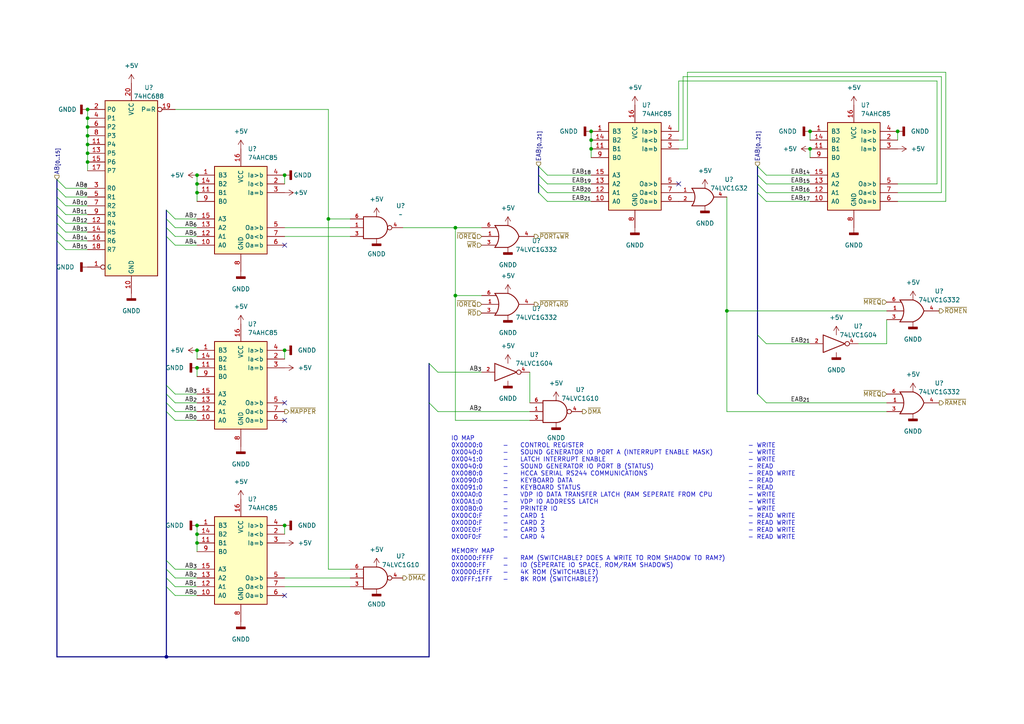
<source format=kicad_sch>
(kicad_sch (version 20211123) (generator eeschema)
  (paper "A4")
  (title_block (title "Z80 CPU INTERPOSER IO AND MEMORY ADDRESS DECODE") (date "2022-10-21") (rev "1030211022") (company "LISTOFOPTIONS") (comment 2 "IO 0X00F0:1 - DMA CONTROL PORT") (comment 3 "IO 0X00F8:4 - DMA CHANNEL PORTS") (comment 4 "IO 0X00FC:4 - MAPPER PORTS"))
  (lib_symbols
    (symbol "74xGxx:74LVC1G04" (pin_names (offset 1.016))
      (property "Reference" "U" (at -2.54 3.81 0))
      (property "Value" "74LVC1G04" (at 0 -3.81 0))
      (symbol "74LVC1G04_0_1"
        (polyline (pts (xy -3.81 2.54) (xy -3.81 -2.54) (xy 2.54 0) (xy -3.81 2.54)) (stroke (width 0.254)))
      )
      (symbol "74LVC1G04_1_1"
        (pin input line (at -7.62 0 0) (length 3.81) (name "~") (number "2"))
        (pin power_in line (at 0 -2.54 270) (length 0) hide (name "GND") (number "3"))
        (pin output inverted (at 6.35 0 180) (length 3.81) (name "~") (number "4"))
        (pin power_in line (at 0 2.54 90) (length 0) hide (name "VCC") (number "5"))
      )
    )
    (symbol "74xGxx:74LVC1G10" (pin_names (offset 1.016))
      (property "Reference" "U" (at -2.54 5.08 0))
      (property "Value" "74LVC1G10" (at 0 -5.08 0))
      (symbol "74LVC1G10_0_1"
        (arc (start 0 -3.175) (mid 3.175 0) (end 0 3.175) (stroke (width 0.254)))
        (polyline (pts (xy 0 -3.175) (xy -3.81 -3.175) (xy -3.81 3.175) (xy 0 3.175)) (stroke (width 0.254)))
      )
      (symbol "74LVC1G10_1_1"
        (pin input line (at -7.62 0 0) (length 3.81) (name "~") (number "1"))
        (pin power_in line (at 0 -3.175 270) (length 0) hide (name "GND") (number "2"))
        (pin input line (at -7.62 -2.54 0) (length 3.81) (name "~") (number "3"))
        (pin output inverted (at 7.62 0 180) (length 4.445) (name "~") (number "4"))
        (pin power_in line (at 0 3.175 90) (length 0) hide (name "VCC") (number "5"))
        (pin input line (at -7.62 2.54 0) (length 3.81) (name "~") (number "6"))
      )
    )
    (symbol "74xGxx:74LVC1G32" (pin_names (offset 1.016))
      (property "Reference" "U" (at -2.54 3.81 0))
      (property "Value" "74LVC1G32" (at 0 -3.81 0))
      (symbol "74LVC1G32_0_1"
        (arc (start -3.81 -2.54) (mid -2.919 0) (end -3.81 2.54) (stroke (width 0.254)))
        (arc (start 0 -2.54) (mid 1.5993 -1.6027) (end 2.54 0) (stroke (width 0.254)))
        (polyline (pts (xy -3.81 -1.27) (xy -3.175 -1.27)))
        (polyline (pts (xy -3.81 1.27) (xy -3.175 1.27)))
        (polyline (pts (xy 0 -2.54) (xy -3.81 -2.54)) (stroke (width 0.254)) (fill (type background)))
        (polyline (pts (xy 0 2.54) (xy -3.81 2.54)) (stroke (width 0.254)) (fill (type background)))
        (arc (start 2.54 0) (mid 1.6119 1.6152) (end 0 2.54) (stroke (width 0.254)))
      )
      (symbol "74LVC1G32_1_1"
        (pin input line (at -7.62 1.27 0) (length 3.81) (name "~") (number "1"))
        (pin input line (at -7.62 -1.27 0) (length 3.81) (name "~") (number "2"))
        (pin power_in line (at 0 -2.54 270) (length 0) hide (name "GND") (number "3"))
        (pin output line (at 6.35 0 180) (length 3.81) (name "~") (number "4"))
        (pin power_in line (at 0 2.54 90) (length 0) hide (name "VCC") (number "5"))
      )
    )
    (symbol "74xGxx:74LVC1G332" (pin_names (offset 1.016))
      (property "Reference" "U" (at -2.54 5.08 0))
      (property "Value" "74LVC1G332" (at 0 -5.08 0))
      (symbol "74LVC1G332_0_1"
        (arc (start -3.81 -3.175) (mid -2.6605 0) (end -3.81 3.175) (stroke (width 0.254)))
        (arc (start 0 -3.175) (mid 1.9989 -1.9989) (end 3.175 0) (stroke (width 0.254)))
        (polyline (pts (xy 0 -3.175) (xy -3.81 -3.175)) (stroke (width 0.254)))
        (polyline (pts (xy 0 3.175) (xy -3.81 3.175)) (stroke (width 0.254)))
        (arc (start 3.175 0) (mid 1.9989 1.9989) (end 0 3.175) (stroke (width 0.254)))
      )
      (symbol "74LVC1G332_1_1"
        (pin input line (at -7.62 0 0) (length 4.826) (name "~") (number "1"))
        (pin power_in line (at 0 -3.175 270) (length 0) hide (name "GND") (number "2"))
        (pin input line (at -7.62 -2.54 0) (length 4.191) (name "~") (number "3"))
        (pin output line (at 7.62 0 180) (length 4.445) (name "~") (number "4"))
        (pin power_in line (at 0 3.175 90) (length 0) hide (name "VCC") (number "5"))
        (pin input line (at -7.62 2.54 0) (length 4.191) (name "~") (number "6"))
      )
    )
    (symbol "74xx:74HC688"
      (property "Reference" "U" (at -7.62 26.67 0))
      (property "Value" "74HC688" (at -7.62 -26.67 0))
      (symbol "74HC688_1_0"
        (pin input inverted (at -12.7 -22.86 0) (length 5.08) (name "G") (number "1"))
        (pin power_in line (at 0 -30.48 90) (length 5.08) (name "GND") (number "10"))
        (pin input line (at -12.7 12.7 0) (length 5.08) (name "P4") (number "11"))
        (pin input line (at -12.7 -10.16 0) (length 5.08) (name "R4") (number "12"))
        (pin input line (at -12.7 10.16 0) (length 5.08) (name "P5") (number "13"))
        (pin input line (at -12.7 -12.7 0) (length 5.08) (name "R5") (number "14"))
        (pin input line (at -12.7 7.62 0) (length 5.08) (name "P6") (number "15"))
        (pin input line (at -12.7 -15.24 0) (length 5.08) (name "R6") (number "16"))
        (pin input line (at -12.7 5.08 0) (length 5.08) (name "P7") (number "17"))
        (pin input line (at -12.7 -17.78 0) (length 5.08) (name "R7") (number "18"))
        (pin output inverted (at 12.7 22.86 180) (length 5.08) (name "P=R") (number "19"))
        (pin input line (at -12.7 22.86 0) (length 5.08) (name "P0") (number "2"))
        (pin power_in line (at 0 30.48 270) (length 5.08) (name "VCC") (number "20"))
        (pin input line (at -12.7 0 0) (length 5.08) (name "R0") (number "3"))
        (pin input line (at -12.7 20.32 0) (length 5.08) (name "P1") (number "4"))
        (pin input line (at -12.7 -2.54 0) (length 5.08) (name "R1") (number "5"))
        (pin input line (at -12.7 17.78 0) (length 5.08) (name "P2") (number "6"))
        (pin input line (at -12.7 -5.08 0) (length 5.08) (name "R2") (number "7"))
        (pin input line (at -12.7 15.24 0) (length 5.08) (name "P3") (number "8"))
        (pin input line (at -12.7 -7.62 0) (length 5.08) (name "R3") (number "9"))
      )
      (symbol "74HC688_1_1"
        (rectangle (start -7.62 25.4) (end 7.62 -25.4) (stroke (width 0.254)) (fill (type background)))
      )
    )
    (symbol "74xx:74LS85" (pin_names (offset 1.016))
      (property "Reference" "U" (at -7.62 13.97 0))
      (property "Value" "74LS85" (at -7.62 -13.97 0))
      (symbol "74LS85_1_0"
        (pin input line (at -12.7 10.16 0) (length 5.08) (name "B3") (number "1"))
        (pin input line (at -12.7 -10.16 0) (length 5.08) (name "A0") (number "10"))
        (pin input line (at -12.7 5.08 0) (length 5.08) (name "B1") (number "11"))
        (pin input line (at -12.7 -7.62 0) (length 5.08) (name "A1") (number "12"))
        (pin input line (at -12.7 -5.08 0) (length 5.08) (name "A2") (number "13"))
        (pin input line (at -12.7 7.62 0) (length 5.08) (name "B2") (number "14"))
        (pin input line (at -12.7 -2.54 0) (length 5.08) (name "A3") (number "15"))
        (pin power_in line (at 0 17.78 270) (length 5.08) (name "VCC") (number "16"))
        (pin input line (at 12.7 7.62 180) (length 5.08) (name "Ia<b") (number "2"))
        (pin input line (at 12.7 5.08 180) (length 5.08) (name "Ia=b") (number "3"))
        (pin input line (at 12.7 10.16 180) (length 5.08) (name "Ia>b") (number "4"))
        (pin output line (at 12.7 -5.08 180) (length 5.08) (name "Oa>b") (number "5"))
        (pin output line (at 12.7 -10.16 180) (length 5.08) (name "Oa=b") (number "6"))
        (pin output line (at 12.7 -7.62 180) (length 5.08) (name "Oa<b") (number "7"))
        (pin power_in line (at 0 -17.78 90) (length 5.08) (name "GND") (number "8"))
        (pin input line (at -12.7 2.54 0) (length 5.08) (name "B0") (number "9"))
      )
      (symbol "74LS85_1_1"
        (rectangle (start -7.62 12.7) (end 7.62 -12.7) (stroke (width 0.254)) (fill (type background)))
      )
    )
    (symbol "power:+5V" (power) (pin_names (offset 0))
      (property "Value" "+5V" (at 0 3.556 0))
      (symbol "+5V_0_1"
        (polyline (pts (xy -0.762 1.27) (xy 0 2.54)))
        (polyline (pts (xy 0 0) (xy 0 2.54)))
        (polyline (pts (xy 0 2.54) (xy 0.762 1.27)))
      )
      (symbol "+5V_1_1"
        (pin power_in line (at 0 0 90) (length 0) hide (name "+5V") (number "1"))
      )
    )
    (symbol "power:GNDD" (power) (pin_names (offset 0))
      (property "Value" "GNDD" (at 0 -3.175 0))
      (symbol "GNDD_0_1"
        (rectangle (start -1.27 -1.524) (end 1.27 -2.032) (stroke (width 0.254)) (fill (type outline)))
        (polyline (pts (xy 0 0) (xy 0 -1.524)))
      )
      (symbol "GNDD_1_1"
        (pin power_in line (at 0 0 270) (length 0) hide (name "GNDD") (number "1"))
      )
    )
  )
  (junction (at 57.15 106.68))
  (junction (at 234.95 43.18))
  (junction (at 25.4 46.99))
  (junction (at 171.45 40.64))
  (junction (at 132.08 85.725))
  (junction (at 234.95 38.1))
  (junction (at 57.15 157.48))
  (junction (at 82.55 50.8))
  (junction (at 25.4 34.29))
  (junction (at 82.55 152.4))
  (junction (at 210.82 90.17))
  (junction (at 95.25 63.5))
  (junction (at 260.35 38.1))
  (junction (at 25.4 41.91))
  (junction (at 25.4 44.45))
  (junction (at 57.15 154.94))
  (junction (at 171.45 38.1))
  (junction (at 48.26 190.5))
  (junction (at 57.15 101.6))
  (junction (at 57.15 55.88))
  (junction (at 132.08 66.04))
  (junction (at 171.45 43.18))
  (junction (at 25.4 36.83))
  (junction (at 57.15 152.4))
  (junction (at 57.15 50.8))
  (junction (at 57.15 53.34))
  (junction (at 25.4 31.75))
  (junction (at 25.4 39.37))
  (junction (at 82.55 101.6))
  (no_connect (at 82.55 172.72))
  (no_connect (at 82.55 116.84))
  (no_connect (at 82.55 121.92))
  (no_connect (at 82.55 71.12))
  (no_connect (at 196.85 53.34))
  (bus_entry (at 156.21 53.34) (size 2.54 2.54))
  (bus_entry (at 48.26 63.5) (size 2.54 2.54))
  (bus_entry (at 16.51 52.07) (size 2.54 2.54))
  (bus_entry (at 48.26 111.76) (size 2.54 2.54))
  (bus_entry (at 219.71 48.26) (size 2.54 2.54))
  (bus_entry (at 48.26 68.58) (size 2.54 2.54))
  (bus_entry (at 16.51 57.15) (size 2.54 2.54))
  (bus_entry (at 124.46 105.41) (size 2.54 2.54))
  (bus_entry (at 48.26 165.1) (size 2.54 2.54))
  (bus_entry (at 48.26 167.64) (size 2.54 2.54))
  (bus_entry (at 219.71 55.88) (size 2.54 2.54))
  (bus_entry (at 219.71 97.155) (size 2.54 2.54))
  (bus_entry (at 219.71 50.8) (size 2.54 2.54))
  (bus_entry (at 16.51 67.31) (size 2.54 2.54))
  (bus_entry (at 219.71 114.3) (size 2.54 2.54))
  (bus_entry (at 48.26 60.96) (size 2.54 2.54))
  (bus_entry (at 16.51 62.23) (size 2.54 2.54))
  (bus_entry (at 16.51 59.69) (size 2.54 2.54))
  (bus_entry (at 16.51 69.85) (size 2.54 2.54))
  (bus_entry (at 16.51 54.61) (size 2.54 2.54))
  (bus_entry (at 48.26 116.84) (size 2.54 2.54))
  (bus_entry (at 48.26 170.18) (size 2.54 2.54))
  (bus_entry (at 16.51 64.77) (size 2.54 2.54))
  (bus_entry (at 48.26 162.56) (size 2.54 2.54))
  (bus_entry (at 48.26 119.38) (size 2.54 2.54))
  (bus_entry (at 48.26 114.3) (size 2.54 2.54))
  (bus_entry (at 156.21 48.26) (size 2.54 2.54))
  (bus_entry (at 156.21 55.88) (size 2.54 2.54))
  (bus_entry (at 219.71 53.34) (size 2.54 2.54))
  (bus_entry (at 48.26 66.04) (size 2.54 2.54))
  (bus_entry (at 124.46 116.84) (size 2.54 2.54))
  (bus_entry (at 156.21 50.8) (size 2.54 2.54))
  (bus (pts (xy 16.51 59.69) (xy 16.51 62.23)))
  (wire (pts (xy 25.4 36.83) (xy 25.4 39.37)))
  (bus (pts (xy 48.26 66.04) (xy 48.26 68.58)))
  (wire (pts (xy 82.55 50.8) (xy 82.55 53.34)))
  (bus (pts (xy 48.26 111.76) (xy 48.26 114.3)))
  (wire (pts (xy 50.8 121.92) (xy 57.15 121.92)))
  (wire (pts (xy 50.8 165.1) (xy 57.15 165.1)))
  (bus (pts (xy 156.21 48.26) (xy 156.21 50.8)))
  (wire (pts (xy 82.55 101.6) (xy 82.55 104.14)))
  (wire (pts (xy 139.7 85.725) (xy 132.08 85.725)))
  (bus (pts (xy 219.71 50.8) (xy 219.71 53.34)))
  (wire (pts (xy 25.4 46.99) (xy 25.4 49.53)))
  (wire (pts (xy 116.84 66.04) (xy 132.08 66.04)))
  (wire (pts (xy 50.8 31.75) (xy 95.25 31.75)))
  (wire (pts (xy 19.05 64.77) (xy 25.4 64.77)))
  (wire (pts (xy 57.15 53.34) (xy 57.15 55.88)))
  (wire (pts (xy 25.4 44.45) (xy 25.4 46.99)))
  (wire (pts (xy 132.08 85.725) (xy 132.08 66.04)))
  (bus (pts (xy 16.51 67.31) (xy 16.51 69.85)))
  (bus (pts (xy 48.26 116.84) (xy 48.26 119.38)))
  (wire (pts (xy 50.8 114.3) (xy 57.15 114.3)))
  (wire (pts (xy 198.12 40.64) (xy 198.12 22.225)))
  (bus (pts (xy 48.26 162.56) (xy 48.26 165.1)))
  (wire (pts (xy 127 119.38) (xy 153.67 119.38)))
  (wire (pts (xy 19.05 54.61) (xy 25.4 54.61)))
  (wire (pts (xy 273.05 22.225) (xy 273.05 55.88)))
  (wire (pts (xy 95.25 31.75) (xy 95.25 63.5)))
  (bus (pts (xy 48.26 165.1) (xy 48.26 167.64)))
  (wire (pts (xy 57.15 152.4) (xy 57.15 154.94)))
  (wire (pts (xy 50.8 66.04) (xy 57.15 66.04)))
  (wire (pts (xy 57.15 55.88) (xy 57.15 58.42)))
  (wire (pts (xy 19.05 62.23) (xy 25.4 62.23)))
  (bus (pts (xy 16.51 62.23) (xy 16.51 64.77)))
  (wire (pts (xy 199.39 20.955) (xy 199.39 43.18)))
  (wire (pts (xy 19.05 59.69) (xy 25.4 59.69)))
  (wire (pts (xy 57.15 101.6) (xy 57.15 104.14)))
  (wire (pts (xy 95.25 165.1) (xy 101.6 165.1)))
  (wire (pts (xy 271.78 23.495) (xy 196.85 23.495)))
  (wire (pts (xy 57.15 106.68) (xy 57.15 109.22)))
  (wire (pts (xy 153.67 121.92) (xy 132.08 121.92)))
  (bus (pts (xy 16.51 52.07) (xy 16.51 54.61)))
  (wire (pts (xy 234.95 38.1) (xy 234.95 40.64)))
  (wire (pts (xy 248.92 99.695) (xy 257.175 99.695)))
  (wire (pts (xy 82.55 68.58) (xy 101.6 68.58)))
  (wire (pts (xy 82.55 152.4) (xy 82.55 154.94)))
  (wire (pts (xy 19.05 67.31) (xy 25.4 67.31)))
  (bus (pts (xy 48.26 60.96) (xy 48.26 63.5)))
  (wire (pts (xy 222.25 58.42) (xy 234.95 58.42)))
  (wire (pts (xy 171.45 38.1) (xy 171.45 40.64)))
  (wire (pts (xy 50.8 170.18) (xy 57.15 170.18)))
  (wire (pts (xy 234.95 43.18) (xy 234.95 45.72)))
  (wire (pts (xy 274.32 58.42) (xy 274.32 20.955)))
  (wire (pts (xy 50.8 167.64) (xy 57.15 167.64)))
  (bus (pts (xy 48.26 170.18) (xy 48.26 190.5)))
  (wire (pts (xy 57.15 50.8) (xy 57.15 53.34)))
  (wire (pts (xy 57.15 157.48) (xy 57.15 160.02)))
  (wire (pts (xy 25.4 34.29) (xy 25.4 36.83)))
  (bus (pts (xy 48.26 167.64) (xy 48.26 170.18)))
  (wire (pts (xy 171.45 43.18) (xy 171.45 45.72)))
  (bus (pts (xy 48.26 119.38) (xy 48.26 162.56)))
  (wire (pts (xy 171.45 40.64) (xy 171.45 43.18)))
  (bus (pts (xy 156.21 53.34) (xy 156.21 55.88)))
  (wire (pts (xy 196.85 40.64) (xy 198.12 40.64)))
  (wire (pts (xy 158.75 55.88) (xy 171.45 55.88)))
  (bus (pts (xy 124.46 116.84) (xy 124.46 190.5)))
  (wire (pts (xy 19.05 72.39) (xy 25.4 72.39)))
  (wire (pts (xy 210.82 90.17) (xy 210.82 119.38)))
  (wire (pts (xy 50.8 119.38) (xy 57.15 119.38)))
  (wire (pts (xy 271.78 53.34) (xy 271.78 23.495)))
  (wire (pts (xy 50.8 68.58) (xy 57.15 68.58)))
  (wire (pts (xy 196.85 23.495) (xy 196.85 38.1)))
  (wire (pts (xy 222.25 116.84) (xy 257.175 116.84)))
  (wire (pts (xy 82.55 66.04) (xy 101.6 66.04)))
  (bus (pts (xy 16.51 64.77) (xy 16.51 67.31)))
  (bus (pts (xy 48.26 63.5) (xy 48.26 66.04)))
  (bus (pts (xy 48.26 114.3) (xy 48.26 116.84)))
  (wire (pts (xy 127 107.95) (xy 139.7 107.95)))
  (wire (pts (xy 260.35 58.42) (xy 274.32 58.42)))
  (bus (pts (xy 219.71 97.155) (xy 219.71 114.3)))
  (wire (pts (xy 199.39 43.18) (xy 196.85 43.18)))
  (wire (pts (xy 222.25 99.695) (xy 234.95 99.695)))
  (wire (pts (xy 82.55 170.18) (xy 101.6 170.18)))
  (wire (pts (xy 50.8 63.5) (xy 57.15 63.5)))
  (wire (pts (xy 50.8 71.12) (xy 57.15 71.12)))
  (wire (pts (xy 132.08 66.04) (xy 139.7 66.04)))
  (wire (pts (xy 222.25 55.88) (xy 234.95 55.88)))
  (wire (pts (xy 25.4 39.37) (xy 25.4 41.91)))
  (bus (pts (xy 16.51 190.5) (xy 48.26 190.5)))
  (wire (pts (xy 273.05 55.88) (xy 260.35 55.88)))
  (wire (pts (xy 19.05 57.15) (xy 25.4 57.15)))
  (wire (pts (xy 25.4 41.91) (xy 25.4 44.45)))
  (bus (pts (xy 16.51 54.61) (xy 16.51 57.15)))
  (wire (pts (xy 158.75 58.42) (xy 171.45 58.42)))
  (bus (pts (xy 219.71 48.26) (xy 219.71 50.8)))
  (wire (pts (xy 153.67 107.95) (xy 153.67 116.84)))
  (wire (pts (xy 158.75 50.8) (xy 171.45 50.8)))
  (wire (pts (xy 257.175 119.38) (xy 210.82 119.38)))
  (wire (pts (xy 274.32 20.955) (xy 199.39 20.955)))
  (wire (pts (xy 82.55 167.64) (xy 101.6 167.64)))
  (wire (pts (xy 222.25 50.8) (xy 234.95 50.8)))
  (wire (pts (xy 260.35 53.34) (xy 271.78 53.34)))
  (wire (pts (xy 95.25 63.5) (xy 101.6 63.5)))
  (bus (pts (xy 219.71 53.34) (xy 219.71 55.88)))
  (wire (pts (xy 210.82 90.17) (xy 257.175 90.17)))
  (bus (pts (xy 124.46 105.41) (xy 124.46 116.84)))
  (wire (pts (xy 57.15 154.94) (xy 57.15 157.48)))
  (wire (pts (xy 222.25 53.34) (xy 234.95 53.34)))
  (wire (pts (xy 50.8 116.84) (xy 57.15 116.84)))
  (wire (pts (xy 210.82 57.15) (xy 210.82 90.17)))
  (bus (pts (xy 48.26 68.58) (xy 48.26 111.76)))
  (bus (pts (xy 16.51 57.15) (xy 16.51 59.69)))
  (wire (pts (xy 198.12 22.225) (xy 273.05 22.225)))
  (wire (pts (xy 50.8 172.72) (xy 57.15 172.72)))
  (bus (pts (xy 156.21 50.8) (xy 156.21 53.34)))
  (bus (pts (xy 219.71 55.88) (xy 219.71 97.155)))
  (bus (pts (xy 16.51 69.85) (xy 16.51 190.5)))
  (wire (pts (xy 95.25 63.5) (xy 95.25 165.1)))
  (bus (pts (xy 48.26 190.5) (xy 124.46 190.5)))
  (wire (pts (xy 260.35 38.1) (xy 260.35 40.64)))
  (wire (pts (xy 25.4 31.75) (xy 25.4 34.29)))
  (wire (pts (xy 158.75 53.34) (xy 171.45 53.34)))
  (wire (pts (xy 132.08 121.92) (xy 132.08 85.725)))
  (wire (pts (xy 257.175 92.71) (xy 257.175 99.695)))
  (wire (pts (xy 19.05 69.85) (xy 25.4 69.85)))
  (text "IO MAP\n0X0000:0	-	CONTROL REGISTER									- WRITE \n0X0040:0	-	SOUND GENERATOR IO PORT A (INTERRUPT ENABLE MASK)	- WRITE\n0X0041:0	-	LATCH INTERRUPT ENABLE								- WRITE\n0X0040:0	-	SOUND GENERATOR IO PORT B (STATUS)					- READ\n0X0080:0	-	HCCA SERIAL RS244 COMMUNICATIONS					- READ WRITE\n0X0090:0	-	KEYBOARD DATA										- READ\n0X0091:0	-	KEYBOARD STATUS										- READ\n0X00A0:0	-	VDP IO DATA TRANSFER LATCH (RAM SEPERATE FROM CPU	- WRITE\n0X00A1:0	-	VDP IO ADDRESS LATCH								- WRITE\n0X00B0:0	-	PRINTER IO											- WRITE\n0X00C0:F	-	CARD 1												- READ WRITE\n0X00D0:F	-	CARD 2												- READ WRITE\n0X00E0:F	-	CARD 3												- READ WRITE\n0X00F0:F	-	CARD 4 												- READ WRITE\n\nMEMORY MAP\n0X0000:FFFF	-	RAM (SWITCHABLE? DOES A WRITE TO ROM SHADOW TO RAM?)\n0X0000:FF	-	IO (SEPERATE IO SPACE, ROM/RAM SHADOWS)\n0X0000:EFF	-	4K ROM (SWITCHABLE?)\n0X0FFF:1FFF	-	8K ROM (SWITCHABLE?)" (at 130.81 168.91 0) (effects (font (size 1.27 1.27)) (justify left bottom)))
  (label "AB_{1}" (at 57.15 119.38 180))
  (label "EAB_{19}" (at 171.45 53.34 180))
  (label "EAB_{16}" (at 234.95 55.88 180))
  (label "EAB_{14}" (at 234.95 50.8 180))
  (label "AB_{0}" (at 57.15 172.72 180))
  (label "EAB_{15}" (at 234.95 53.34 180))
  (label "EAB_{21}" (at 234.95 99.695 180))
  (label "AB_{2}" (at 57.15 167.64 180))
  (label "AB_{4}" (at 57.15 71.12 180))
  (label "AB_{8}" (at 25.4 54.61 180))
  (label "AB_{5}" (at 57.15 68.58 180))
  (label "AB_{1}" (at 57.15 170.18 180))
  (label "AB_{10}" (at 25.4 59.69 180))
  (label "AB_{13}" (at 25.4 67.31 180))
  (label "AB_{0}" (at 57.15 121.92 180))
  (label "AB_{3}" (at 57.15 165.1 180))
  (label "AB_{7}" (at 57.15 63.5 180))
  (label "AB_{12}" (at 25.4 64.77 180))
  (label "AB_{3}" (at 139.7 107.95 180))
  (label "AB_{2}" (at 57.15 116.84 180))
  (label "AB_{9}" (at 25.4 57.15 180))
  (label "EAB_{17}" (at 234.95 58.42 180))
  (label "AB_{3}" (at 57.15 114.3 180))
  (label "EAB_{21}" (at 234.95 116.84 180))
  (label "AB_{6}" (at 57.15 66.04 180))
  (label "AB_{15}" (at 25.4 72.39 180))
  (label "AB_{11}" (at 25.4 62.23 180))
  (label "AB_{14}" (at 25.4 69.85 180))
  (label "EAB_{21}" (at 171.45 58.42 180))
  (label "EAB_{20}" (at 171.45 55.88 180))
  (label "EAB_{18}" (at 171.45 50.8 180))
  (label "AB_{2}" (at 139.7 119.38 180))
  (hierarchical_label "~{PORT_{4}WR}" (shape output) (at 154.94 68.58 0))
  (hierarchical_label "AB_{[0..15]}" (shape input) (at 16.51 52.07 90))
  (hierarchical_label "~{IOREQ}" (shape input) (at 139.7 68.58 180))
  (hierarchical_label "~{RAMEN}" (shape output) (at 272.415 116.84 0))
  (hierarchical_label "~{MREQ}" (shape input) (at 257.175 114.3 180))
  (hierarchical_label "~{DMAC}" (shape output) (at 116.84 167.64 0))
  (hierarchical_label "~{ROMEN}" (shape output) (at 272.415 90.17 0))
  (hierarchical_label "~{PORT_{4}RD}" (shape output) (at 154.94 88.265 0))
  (hierarchical_label "~{MREQ}" (shape input) (at 257.175 87.63 180))
  (hierarchical_label "~{WR}" (shape input) (at 139.7 71.12 180))
  (hierarchical_label "~{IOREQ}" (shape input) (at 139.7 88.265 180))
  (hierarchical_label "~{RD}" (shape input) (at 139.7 90.805 180))
  (hierarchical_label "EAB_{[0..21]}" (shape input) (at 156.21 48.26 90))
  (hierarchical_label "~{MAPPER}" (shape output) (at 82.55 119.38 0))
  (hierarchical_label "EAB_{[0..21]}" (shape input) (at 219.71 48.26 90))
  (hierarchical_label "~{DMA}" (shape output) (at 168.91 119.38 0))
  (symbol (lib_id "power:GNDD") (at 69.85 180.34 0) (unit 1)
    (property "Reference" "#PWR?" (effects hide))
    (property "Value" "GNDD" (at 69.85 185.42 0))
  )
  (symbol (lib_id "74xx:74LS85") (at 247.65 48.26 0) (unit 1)
    (property "Reference" "U?" (at 249.6694 30.48 0) (effects (justify left)))
    (property "Value" "74AHC85" (at 249.6694 33.02 0) (effects (justify left)))
    (property "Datasheet" "http://www.ti.com/lit/gpn/sn74LS85" (effects hide))
  )
  (symbol (lib_id "74xx:74LS85") (at 69.85 60.96 0) (unit 1)
    (property "Reference" "U?" (at 71.8694 43.18 0) (effects (justify left)))
    (property "Value" "74AHC85" (at 71.8694 45.72 0) (effects (justify left)))
    (property "Datasheet" "http://www.ti.com/lit/gpn/sn74LS85" (effects hide))
  )
  (symbol (lib_id "power:+5V") (at 109.22 62.865 0) (unit 1)
    (property "Reference" "#PWR?" (effects hide))
    (property "Value" "+5V" (at 109.22 57.785 0))
  )
  (symbol (lib_id "power:GNDD") (at 184.15 66.04 0) (unit 1)
    (property "Reference" "#PWR?" (effects hide))
    (property "Value" "GNDD" (at 184.15 71.12 0))
  )
  (symbol (lib_id "power:+5V") (at 69.85 93.98 0) (unit 1)
    (property "Reference" "#PWR?" (effects hide))
    (property "Value" "+5V" (at 69.85 88.9 0))
  )
  (symbol (lib_id "power:GNDD") (at 247.65 66.04 0) (unit 1)
    (property "Reference" "#PWR?" (effects hide))
    (property "Value" "GNDD" (at 247.65 71.12 0))
  )
  (symbol (lib_id "74xGxx:74LVC1G332") (at 147.32 88.265 0) (unit 1)
    (property "Reference" "U?" (at 155.575 89.535 0))
    (property "Value" "74LVC1G332" (at 155.575 92.075 0))
    (property "Datasheet" "http://www.ti.com/lit/sg/scyt129e/scyt129e.pdf" (effects hide))
  )
  (symbol (lib_id "74xGxx:74LVC1G10") (at 109.22 66.04 0) (unit 1)
    (property "Reference" "U?" (at 116.205 59.69 0))
    (property "Value" "~" (at 116.205 62.23 0))
    (property "Datasheet" "http://www.ti.com/lit/sg/scyt129e/scyt129e.pdf" (effects hide))
  )
  (symbol (lib_id "power:GNDD") (at 264.795 120.015 0) (unit 1)
    (property "Reference" "#PWR?" (effects hide))
    (property "Value" "GNDD" (at 264.795 125.095 0))
  )
  (symbol (lib_id "power:GNDD") (at 147.32 91.44 0) (unit 1)
    (property "Reference" "#PWR?" (effects hide))
    (property "Value" "GNDD" (at 147.32 96.52 0))
  )
  (symbol (lib_id "power:+5V") (at 82.55 55.88 270) (unit 1)
    (property "Reference" "#PWR?" (effects hide))
    (property "Value" "+5V" (at 85.09 55.88 90) (effects (justify left)))
  )
  (symbol (lib_id "power:+5V") (at 38.1 24.13 0) (unit 1)
    (property "Reference" "#PWR?" (effects hide))
    (property "Value" "+5V" (at 38.1 19.05 0))
  )
  (symbol (lib_id "74xx:74HC688") (at 38.1 54.61 0) (unit 1)
    (property "Reference" "U?" (at 43.18 25.4 0))
    (property "Value" "74HC688" (at 43.18 27.94 0))
    (property "Datasheet" "https://www.ti.com/lit/ds/symlink/cd54hc688.pdf" (effects hide))
  )
  (symbol (lib_id "power:GNDD") (at 38.1 85.09 0) (unit 1)
    (property "Reference" "#PWR?" (effects hide))
    (property "Value" "GNDD" (at 38.1 90.17 0))
  )
  (symbol (lib_id "74xGxx:74LVC1G10") (at 161.29 119.38 0) (unit 1)
    (property "Reference" "U?" (at 168.275 113.03 0))
    (property "Value" "74LVC1G10" (at 168.275 115.57 0))
    (property "Datasheet" "http://www.ti.com/lit/sg/scyt129e/scyt129e.pdf" (effects hide))
  )
  (symbol (lib_id "power:GNDD") (at 147.32 71.755 0) (unit 1)
    (property "Reference" "#PWR?" (effects hide))
    (property "Value" "GNDD" (at 147.32 76.835 0))
  )
  (symbol (lib_id "74xx:74LS85") (at 69.85 111.76 0) (unit 1)
    (property "Reference" "U?" (at 71.8694 93.98 0) (effects (justify left)))
    (property "Value" "74AHC85" (at 71.8694 96.52 0) (effects (justify left)))
    (property "Datasheet" "http://www.ti.com/lit/gpn/sn74LS85" (effects hide))
  )
  (symbol (lib_id "power:+5V") (at 69.85 43.18 0) (unit 1)
    (property "Reference" "#PWR?" (effects hide))
    (property "Value" "+5V" (at 69.85 38.1 0))
  )
  (symbol (lib_id "power:GNDD") (at 109.22 170.815 0) (unit 1)
    (property "Reference" "#PWR?" (effects hide))
    (property "Value" "GNDD" (at 109.22 175.26 0))
  )
  (symbol (lib_id "74xx:74LS85") (at 184.15 48.26 0) (unit 1)
    (property "Reference" "U?" (at 186.1694 30.48 0) (effects (justify left)))
    (property "Value" "74AHC85" (at 186.1694 33.02 0) (effects (justify left)))
    (property "Datasheet" "http://www.ti.com/lit/gpn/sn74LS85" (effects hide))
  )
  (symbol (lib_id "power:+5V") (at 247.65 30.48 0) (unit 1)
    (property "Reference" "#PWR?" (effects hide))
    (property "Value" "+5V" (at 247.65 25.4 0))
  )
  (symbol (lib_id "power:GNDD") (at 234.95 38.1 270) (unit 1)
    (property "Reference" "#PWR?" (effects hide))
    (property "Value" "GNDD" (at 231.14 38.0999 90) (effects (justify right)))
  )
  (symbol (lib_id "power:+5V") (at 57.15 101.6 90) (unit 1)
    (property "Reference" "#PWR?" (effects hide))
    (property "Value" "+5V" (at 53.34 101.5999 90) (effects (justify left)))
  )
  (symbol (lib_id "74xGxx:74LVC1G04") (at 242.57 99.695 0) (unit 1)
    (property "Reference" "U?" (at 248.92 94.615 0))
    (property "Value" "74LVC1G04" (at 248.92 97.155 0))
    (property "Datasheet" "http://www.ti.com/lit/sg/scyt129e/scyt129e.pdf" (effects hide))
  )
  (symbol (lib_id "power:GNDD") (at 242.57 102.235 0) (unit 1)
    (property "Reference" "#PWR?" (effects hide))
    (property "Value" "GNDD" (at 242.57 107.315 0))
  )
  (symbol (lib_id "power:+5V") (at 82.55 157.48 270) (unit 1)
    (property "Reference" "#PWR?" (effects hide))
    (property "Value" "+5V" (at 86.36 157.4799 90) (effects (justify left)))
  )
  (symbol (lib_id "power:+5V") (at 242.57 97.155 0) (unit 1)
    (property "Reference" "#PWR?" (effects hide))
    (property "Value" "+5V" (at 242.57 92.075 0))
  )
  (symbol (lib_id "power:+5V") (at 57.15 50.8 90) (unit 1)
    (property "Reference" "#PWR?" (effects hide))
    (property "Value" "+5V" (at 53.34 50.7999 90) (effects (justify left)))
  )
  (symbol (lib_id "power:GNDD") (at 82.55 152.4 90) (unit 1)
    (property "Reference" "#PWR?" (effects hide))
    (property "Value" "GNDD" (at 86.36 152.3999 90) (effects (justify right)))
  )
  (symbol (lib_id "power:GNDD") (at 25.4 77.47 270) (unit 1)
    (property "Reference" "#PWR?" (effects hide))
    (property "Value" "GNDD" (at 21.59 77.4699 90) (effects (justify right)))
  )
  (symbol (lib_id "power:+5V") (at 147.32 65.405 0) (unit 1)
    (property "Reference" "#PWR?" (effects hide))
    (property "Value" "+5V" (at 147.32 60.325 0))
  )
  (symbol (lib_id "power:GNDD") (at 264.795 93.345 0) (unit 1)
    (property "Reference" "#PWR?" (effects hide))
    (property "Value" "GNDD" (at 264.795 98.425 0))
  )
  (symbol (lib_id "power:GNDD") (at 204.47 59.69 0) (unit 1)
    (property "Reference" "#PWR?" (effects hide))
    (property "Value" "GNDD" (at 204.47 64.77 0))
  )
  (symbol (lib_id "power:+5V") (at 264.795 86.995 0) (unit 1)
    (property "Reference" "#PWR?" (effects hide))
    (property "Value" "+5V" (at 264.795 81.915 0))
  )
  (symbol (lib_id "power:+5V") (at 147.32 85.09 0) (unit 1)
    (property "Reference" "#PWR?" (effects hide))
    (property "Value" "+5V" (at 147.32 80.01 0))
  )
  (symbol (lib_id "power:+5V") (at 69.85 144.78 0) (unit 1)
    (property "Reference" "#PWR?" (effects hide))
    (property "Value" "+5V" (at 69.85 139.7 0))
  )
  (symbol (lib_id "power:GNDD") (at 171.45 38.1 270) (unit 1)
    (property "Reference" "#PWR?" (effects hide))
    (property "Value" "GNDD" (at 167.64 38.0999 90) (effects (justify right)))
  )
  (symbol (lib_id "power:GNDD") (at 57.15 152.4 270) (unit 1)
    (property "Reference" "#PWR?" (effects hide))
    (property "Value" "~" (at 53.34 152.3999 90) (effects (justify right)))
  )
  (symbol (lib_id "power:GNDD") (at 260.35 38.1 90) (unit 1)
    (property "Reference" "#PWR?" (effects hide))
    (property "Value" "GNDD" (at 264.16 38.0999 90) (effects (justify right)))
  )
  (symbol (lib_id "74xGxx:74LVC1G32") (at 204.47 57.15 0) (unit 1)
    (property "Reference" "U?" (at 211.455 52.07 0))
    (property "Value" "74LVC1G32" (at 211.455 54.61 0))
    (property "Datasheet" "http://www.ti.com/lit/sg/scyt129e/scyt129e.pdf" (effects hide))
  )
  (symbol (lib_id "power:+5V") (at 109.22 164.465 0) (unit 1)
    (property "Reference" "#PWR?" (effects hide))
    (property "Value" "+5V" (at 109.22 159.385 0))
  )
  (symbol (lib_id "power:GNDD") (at 57.15 106.68 270) (unit 1)
    (property "Reference" "#PWR?" (effects hide))
    (property "Value" "GNDD" (at 53.34 106.6799 90) (effects (justify right)))
  )
  (symbol (lib_id "power:GNDD") (at 25.4 31.75 270) (unit 1)
    (property "Reference" "#PWR?" (effects hide))
    (property "Value" "GNDD" (at 22.225 31.7499 90) (effects (justify right)))
  )
  (symbol (lib_id "power:GNDD") (at 69.85 78.74 0) (unit 1)
    (property "Reference" "#PWR?" (effects hide))
    (property "Value" "GNDD" (at 69.85 83.82 0))
  )
  (symbol (lib_id "power:GNDD") (at 161.29 122.555 0) (unit 1)
    (property "Reference" "#PWR?" (effects hide))
    (property "Value" "GNDD" (at 161.29 127 0))
  )
  (symbol (lib_id "power:+5V") (at 161.29 116.205 0) (unit 1)
    (property "Reference" "#PWR?" (effects hide))
    (property "Value" "+5V" (at 161.29 111.125 0))
  )
  (symbol (lib_id "power:+5V") (at 204.47 54.61 0) (unit 1)
    (property "Reference" "#PWR?" (effects hide))
    (property "Value" "+5V" (at 204.47 49.53 0))
  )
  (symbol (lib_id "power:GNDD") (at 69.85 129.54 0) (unit 1)
    (property "Reference" "#PWR?" (effects hide))
    (property "Value" "GNDD" (at 69.85 134.62 0))
  )
  (symbol (lib_id "power:GNDD") (at 147.32 110.49 0) (unit 1)
    (property "Reference" "#PWR?" (effects hide))
    (property "Value" "GNDD" (at 147.32 115.57 0))
  )
  (symbol (lib_id "power:+5V") (at 234.95 43.18 90) (unit 1)
    (property "Reference" "#PWR?" (effects hide))
    (property "Value" "+5V" (at 231.14 43.1799 90) (effects (justify left)))
  )
  (symbol (lib_id "74xGxx:74LVC1G04") (at 147.32 107.95 0) (unit 1)
    (property "Reference" "U?" (at 154.94 102.87 0))
    (property "Value" "74LVC1G04" (at 154.94 105.41 0))
    (property "Datasheet" "http://www.ti.com/lit/sg/scyt129e/scyt129e.pdf" (effects hide))
  )
  (symbol (lib_id "74xGxx:74LVC1G332") (at 264.795 90.17 0) (unit 1)
    (property "Reference" "U?" (at 272.415 84.455 0))
    (property "Value" "74LVC1G332" (at 272.415 86.995 0))
    (property "Datasheet" "http://www.ti.com/lit/sg/scyt129e/scyt129e.pdf" (effects hide))
  )
  (symbol (lib_id "power:+5V") (at 82.55 106.68 270) (unit 1)
    (property "Reference" "#PWR?" (effects hide))
    (property "Value" "+5V" (at 86.36 106.6799 90) (effects (justify left)))
  )
  (symbol (lib_id "power:+5V") (at 184.15 30.48 0) (unit 1)
    (property "Reference" "#PWR?" (effects hide))
    (property "Value" "+5V" (at 184.15 25.4 0))
  )
  (symbol (lib_id "74xx:74LS85") (at 69.85 162.56 0) (unit 1)
    (property "Reference" "U?" (at 71.8694 144.78 0) (effects (justify left)))
    (property "Value" "74AHC85" (at 71.8694 147.32 0) (effects (justify left)))
    (property "Datasheet" "http://www.ti.com/lit/gpn/sn74LS85" (effects hide))
  )
  (symbol (lib_id "power:+5V") (at 264.795 113.665 0) (unit 1)
    (property "Reference" "#PWR?" (effects hide))
    (property "Value" "+5V" (at 264.795 108.585 0))
  )
  (symbol (lib_id "power:GNDD") (at 82.55 101.6 90) (unit 1)
    (property "Reference" "#PWR?" (effects hide))
    (property "Value" "GNDD" (at 86.36 101.5999 90) (effects (justify right)))
  )
  (symbol (lib_id "power:GNDD") (at 82.55 50.8 90) (unit 1)
    (property "Reference" "#PWR?" (effects hide))
    (property "Value" "GNDD" (at 85.09 50.8 90) (effects (justify right)))
  )
  (symbol (lib_id "74xGxx:74LVC1G10") (at 109.22 167.64 0) (unit 1)
    (property "Reference" "U?" (at 116.205 161.29 0))
    (property "Value" "74LVC1G10" (at 116.205 163.83 0))
    (property "Datasheet" "http://www.ti.com/lit/sg/scyt129e/scyt129e.pdf" (effects hide))
  )
  (symbol (lib_id "74xGxx:74LVC1G332") (at 264.795 116.84 0) (unit 1)
    (property "Reference" "U?" (at 272.415 111.125 0))
    (property "Value" "74LVC1G332" (at 272.415 113.665 0))
    (property "Datasheet" "http://www.ti.com/lit/sg/scyt129e/scyt129e.pdf" (effects hide))
  )
  (symbol (lib_id "power:GNDD") (at 109.22 69.215 0) (unit 1)
    (property "Reference" "#PWR?" (effects hide))
    (property "Value" "GNDD" (at 109.22 73.66 0))
  )
  (symbol (lib_id "power:+5V") (at 260.35 43.18 270) (unit 1)
    (property "Reference" "#PWR?" (effects hide))
    (property "Value" "+5V" (at 264.16 43.1799 90) (effects (justify left)))
  )
  (symbol (lib_id "74xGxx:74LVC1G332") (at 147.32 68.58 0) (unit 1)
    (property "Reference" "U?" (at 155.575 69.85 0))
    (property "Value" "74LVC1G332" (at 155.575 72.39 0))
    (property "Datasheet" "http://www.ti.com/lit/sg/scyt129e/scyt129e.pdf" (effects hide))
  )
  (symbol (lib_id "power:+5V") (at 147.32 105.41 0) (unit 1)
    (property "Reference" "#PWR?" (effects hide))
    (property "Value" "+5V" (at 147.32 100.33 0))
  )
)
</source>
